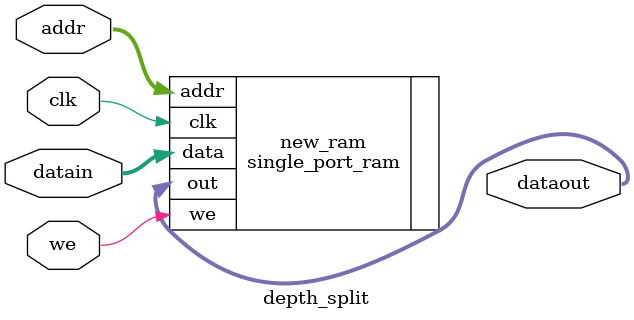
<source format=v>
  module depth_split (we, addr, datain, dataout, clk);

    input we; 
    input[11 - 1:0] addr; 
    input[2 - 1:0] datain; 
    output[2 - 1:0] dataout; 
    wire[2 - 1:0] dataout;
    input clk; 




single_port_ram new_ram(
  .clk (clk),
  .we(we),
  .data(datain),
  .out(dataout),
  .addr(addr)
  );
  
  
endmodule

    

</source>
